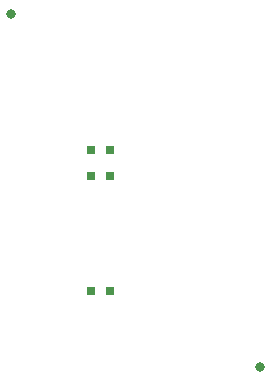
<source format=gtp>
G04*
G04 #@! TF.GenerationSoftware,Altium Limited,Altium Designer,21.4.1 (30)*
G04*
G04 Layer_Color=8421504*
%FSLAX25Y25*%
%MOIN*%
G70*
G04*
G04 #@! TF.SameCoordinates,FDA7AB05-C33E-465C-AB53-71C79C1F0B70*
G04*
G04*
G04 #@! TF.FilePolarity,Positive*
G04*
G01*
G75*
%ADD16R,0.03150X0.03150*%
%ADD17C,0.03150*%
D16*
X50127Y76493D02*
D03*
X56623D02*
D03*
Y67893D02*
D03*
X50127D02*
D03*
Y29626D02*
D03*
X56623D02*
D03*
D17*
X23526Y121949D02*
D03*
X106601Y4218D02*
D03*
M02*

</source>
